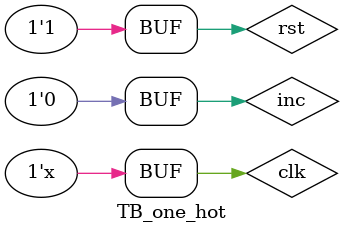
<source format=sv>
`timescale 1ns / 1ps

module TB_one_hot();
    logic clk, rst, inc;
    
    localparam WIDTH = 4;
    logic [WIDTH-1:0] data;
    
    one_hot_counter #(WIDTH) cnt(clk,rst,inc,data);
     
    always #5 clk = ~clk;
    
    initial begin
        rst = 1;
        clk = 1;
        inc = 0;
        # 10 
        rst = 0;
        inc = 1; #10 inc = 0;
        #30 inc = 1; #10 inc = 0;
        #20 inc = 1; #20 inc = 0;
        rst = 1;
    end
endmodule

</source>
